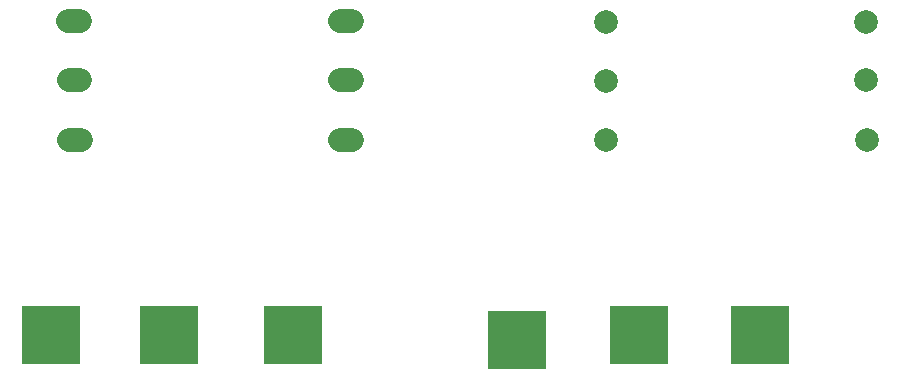
<source format=gbr>
G04 EAGLE Gerber RS-274X export*
G75*
%MOMM*%
%FSLAX34Y34*%
%LPD*%
%INSolderpaste Bottom*%
%IPPOS*%
%AMOC8*
5,1,8,0,0,1.08239X$1,22.5*%
G01*
%ADD10C,2.000000*%
%ADD11C,2.000000*%
%ADD12R,5.000000X5.000000*%


D10*
X114400Y385400D02*
X104400Y385400D01*
X105000Y335700D02*
X115000Y335700D01*
X115400Y284500D02*
X105400Y284500D01*
X334700Y385300D02*
X344700Y385300D01*
X344700Y335200D02*
X334700Y335200D01*
X335000Y284500D02*
X345000Y284500D01*
D11*
X560000Y384500D03*
X560000Y335000D03*
X560000Y284500D03*
X779700Y385000D03*
X780000Y335500D03*
X780600Y284500D03*
D12*
X90000Y120000D03*
X190000Y120000D03*
X295000Y120000D03*
X485000Y115000D03*
X587500Y120000D03*
X690000Y120000D03*
M02*

</source>
